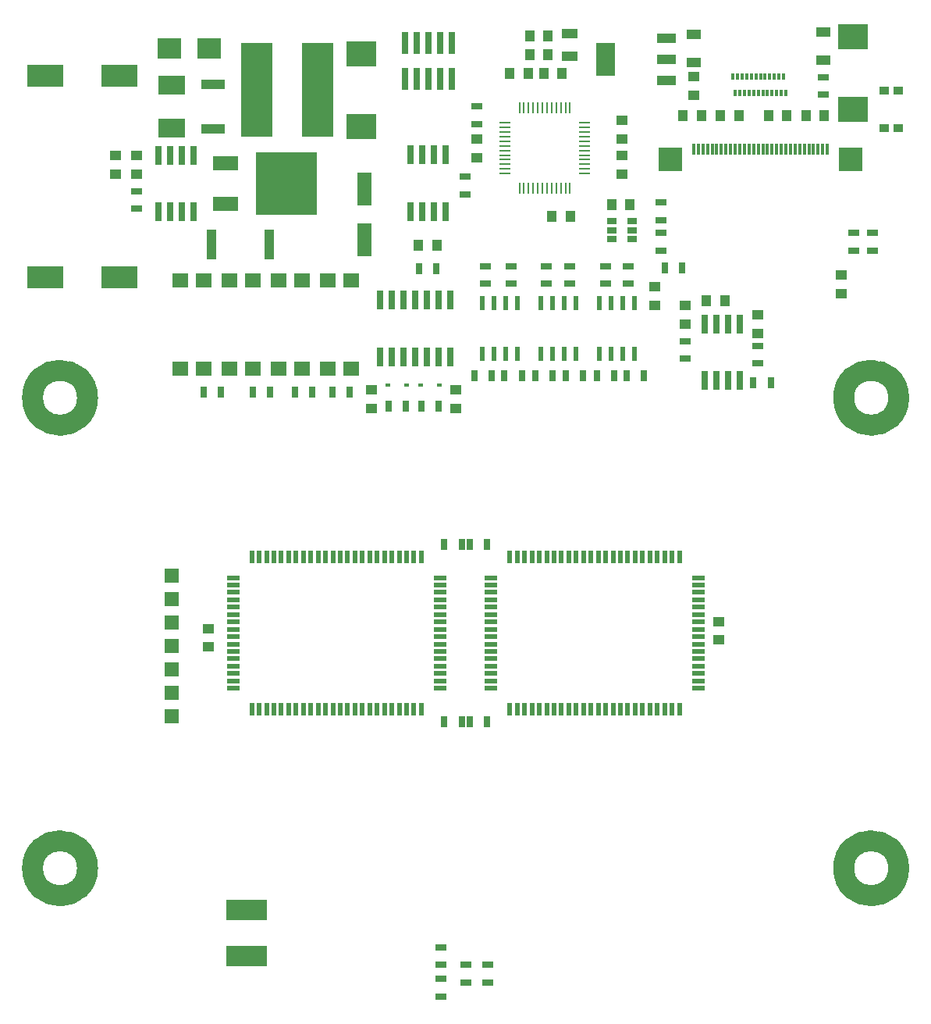
<source format=gbr>
%TF.GenerationSoftware,KiCad,Pcbnew,4.0.7-e2-6376~58~ubuntu16.04.1*%
%TF.CreationDate,2018-04-10T11:39:59+02:00*%
%TF.ProjectId,OpenDropV3,4F70656E44726F7056332E6B69636164,rev?*%
%TF.FileFunction,Paste,Bot*%
%FSLAX46Y46*%
G04 Gerber Fmt 4.6, Leading zero omitted, Abs format (unit mm)*
G04 Created by KiCad (PCBNEW 4.0.7-e2-6376~58~ubuntu16.04.1) date Tue Apr 10 11:39:59 2018*
%MOMM*%
%LPD*%
G01*
G04 APERTURE LIST*
%ADD10C,0.100000*%
%ADD11C,2.250000*%
%ADD12R,1.000000X1.250000*%
%ADD13R,1.800000X1.000000*%
%ADD14R,1.250000X1.000000*%
%ADD15R,1.700000X1.600000*%
%ADD16R,4.000500X2.400300*%
%ADD17R,1.300000X0.700000*%
%ADD18R,0.610000X1.520000*%
%ADD19R,0.700000X1.300000*%
%ADD20R,2.780000X1.550000*%
%ADD21R,6.730000X6.740000*%
%ADD22R,0.660400X2.032000*%
%ADD23R,1.000000X3.200000*%
%ADD24R,2.500000X1.000000*%
%ADD25R,3.200000X2.700000*%
%ADD26R,2.500000X2.300000*%
%ADD27R,1.501140X1.501140*%
%ADD28R,1.600200X3.599180*%
%ADD29R,3.500000X10.200000*%
%ADD30R,3.000000X2.000000*%
%ADD31R,1.060000X0.650000*%
%ADD32R,0.600000X0.450000*%
%ADD33R,0.740000X2.400000*%
%ADD34R,1.300000X0.250000*%
%ADD35R,0.250000X1.300000*%
%ADD36R,2.032000X3.657600*%
%ADD37R,2.032000X1.016000*%
%ADD38R,1.000000X0.900000*%
%ADD39R,0.300000X0.700000*%
%ADD40R,1.600000X1.000000*%
%ADD41R,0.500000X1.480000*%
%ADD42R,1.480000X0.500000*%
%ADD43R,4.500000X2.200000*%
%ADD44R,0.300000X1.250000*%
%ADD45R,2.500000X2.500000*%
G04 APERTURE END LIST*
D10*
D11*
X146982767Y-74000000D02*
G75*
G03X146982767Y-74000000I-2982767J0D01*
G01*
X146982767Y-125000000D02*
G75*
G03X146982767Y-125000000I-2982767J0D01*
G01*
X58982767Y-125000000D02*
G75*
G03X58982767Y-125000000I-2982767J0D01*
G01*
X58982767Y-74000000D02*
G75*
G03X58982767Y-74000000I-2982767J0D01*
G01*
D12*
X108950000Y-34757000D03*
X106950000Y-34757000D03*
D13*
X111252000Y-34523000D03*
X111252000Y-37023000D03*
D14*
X101219000Y-45949000D03*
X101219000Y-47949000D03*
D15*
X79677000Y-70817000D03*
X82217000Y-70817000D03*
X82217000Y-61317000D03*
X79677000Y-61317000D03*
D16*
X54419500Y-60960000D03*
X62420500Y-60960000D03*
D17*
X102156000Y-61619500D03*
X102156000Y-59719500D03*
D18*
X118285000Y-69244000D03*
X117015000Y-69244000D03*
X115745000Y-69244000D03*
X114475000Y-69244000D03*
X114475000Y-63779000D03*
X115745000Y-63779000D03*
X117015000Y-63779000D03*
X118285000Y-63779000D03*
X111935000Y-63779000D03*
X110665000Y-63779000D03*
X109395000Y-63779000D03*
X108125000Y-63779000D03*
X108125000Y-69244000D03*
X109395000Y-69244000D03*
X110665000Y-69244000D03*
X111935000Y-69244000D03*
D19*
X102852000Y-71591500D03*
X100952000Y-71591500D03*
D17*
X64262000Y-53528000D03*
X64262000Y-51628000D03*
X101219000Y-42443000D03*
X101219000Y-44343000D03*
X102410000Y-137367000D03*
X102410000Y-135467000D03*
X99997000Y-135467000D03*
X99997000Y-137367000D03*
X97330000Y-136991000D03*
X97330000Y-138891000D03*
X97330000Y-133562000D03*
X97330000Y-135462000D03*
D19*
X133126000Y-72363040D03*
X131226000Y-72363040D03*
D17*
X131668000Y-70265040D03*
X131668000Y-68365040D03*
X123794000Y-69757040D03*
X123794000Y-67857040D03*
D19*
X116139000Y-71587000D03*
X114239000Y-71587000D03*
X109456000Y-71591500D03*
X107556000Y-71591500D03*
X104206000Y-71587000D03*
X106106000Y-71587000D03*
X110858000Y-71591500D03*
X112758000Y-71591500D03*
X95189000Y-74889000D03*
X97089000Y-74889000D03*
X87437000Y-73365000D03*
X85537000Y-73365000D03*
X71567000Y-73365000D03*
X73467000Y-73365000D03*
X81473000Y-73365000D03*
X83373000Y-73365000D03*
X76901000Y-73365000D03*
X78801000Y-73365000D03*
D17*
X117650000Y-61619500D03*
X117650000Y-59719500D03*
D19*
X117462000Y-71591500D03*
X119362000Y-71591500D03*
D17*
X138811000Y-41168000D03*
X138811000Y-39268000D03*
X144145000Y-56159000D03*
X144145000Y-58059000D03*
D19*
X121605000Y-59903000D03*
X123505000Y-59903000D03*
D17*
X142113000Y-56159000D03*
X142113000Y-58059000D03*
X115175000Y-61625000D03*
X115175000Y-59725000D03*
X108760000Y-61619500D03*
X108760000Y-59719500D03*
X104975000Y-61625000D03*
X104975000Y-59725000D03*
X111300000Y-61619500D03*
X111300000Y-59719500D03*
X99949000Y-51963000D03*
X99949000Y-50063000D03*
D19*
X93533000Y-74889000D03*
X91633000Y-74889000D03*
X94935000Y-60030000D03*
X96835000Y-60030000D03*
X97675000Y-89875000D03*
X99575000Y-89875000D03*
D20*
X73932000Y-48620000D03*
D21*
X80567000Y-50800000D03*
D20*
X73932000Y-52980000D03*
D15*
X69009000Y-70817000D03*
X71549000Y-70817000D03*
X71549000Y-61317000D03*
X69009000Y-61317000D03*
X85011000Y-70817000D03*
X87551000Y-70817000D03*
X87551000Y-61317000D03*
X85011000Y-61317000D03*
X74343000Y-70817000D03*
X76883000Y-70817000D03*
X76883000Y-61317000D03*
X74343000Y-61317000D03*
D18*
X105585000Y-69244000D03*
X104315000Y-69244000D03*
X103045000Y-69244000D03*
X101775000Y-69244000D03*
X101775000Y-63779000D03*
X103045000Y-63779000D03*
X104315000Y-63779000D03*
X105585000Y-63779000D03*
D14*
X123794000Y-65997040D03*
X123794000Y-63997040D03*
D22*
X129763000Y-72134440D03*
X128493000Y-72134440D03*
X127223000Y-72134440D03*
X125953000Y-72134440D03*
X125953000Y-65987640D03*
X127223000Y-65987640D03*
X128493000Y-65987640D03*
X129763000Y-65987640D03*
D23*
X72465000Y-57363000D03*
X78665000Y-57363000D03*
D24*
X72565000Y-44895000D03*
X72565000Y-39995000D03*
D14*
X61976000Y-49768000D03*
X61976000Y-47768000D03*
X64262000Y-47768000D03*
X64262000Y-49768000D03*
D25*
X88646000Y-36690000D03*
X88646000Y-44590000D03*
D14*
X127432000Y-98246000D03*
X127432000Y-100246000D03*
X72060000Y-101008000D03*
X72060000Y-99008000D03*
D26*
X67875000Y-36095000D03*
X72175000Y-36095000D03*
D14*
X131668000Y-65013040D03*
X131668000Y-67013040D03*
D12*
X126127000Y-63459000D03*
X128127000Y-63459000D03*
D19*
X100425000Y-109125000D03*
X102325000Y-109125000D03*
X100425000Y-89875000D03*
X102325000Y-89875000D03*
X99575000Y-109125000D03*
X97675000Y-109125000D03*
D16*
X62420500Y-39116000D03*
X54419500Y-39116000D03*
D12*
X106791000Y-38821000D03*
X104791000Y-38821000D03*
D14*
X140716000Y-62681000D03*
X140716000Y-60681000D03*
D12*
X108950000Y-36789000D03*
X106950000Y-36789000D03*
D14*
X116967000Y-45917000D03*
X116967000Y-43917000D03*
D27*
X68120000Y-103405000D03*
X68120000Y-108485000D03*
X68120000Y-95785000D03*
X68120000Y-93245000D03*
X68120000Y-105945000D03*
X68120000Y-98325000D03*
X68120000Y-100865000D03*
D28*
X89000000Y-51374180D03*
X89000000Y-56875820D03*
D29*
X83945000Y-40599000D03*
X77345000Y-40599000D03*
D12*
X125587000Y-43393000D03*
X123587000Y-43393000D03*
X136922000Y-43393000D03*
X138922000Y-43393000D03*
X127651000Y-43393000D03*
X129651000Y-43393000D03*
X134858000Y-43393000D03*
X132858000Y-43393000D03*
X117840000Y-53045000D03*
X115840000Y-53045000D03*
D30*
X68120000Y-40145000D03*
X68120000Y-44745000D03*
D14*
X120523000Y-63951000D03*
X120523000Y-61951000D03*
D22*
X66675000Y-47726600D03*
X67945000Y-47726600D03*
X69215000Y-47726600D03*
X70485000Y-47726600D03*
X70485000Y-53873400D03*
X69215000Y-53873400D03*
X67945000Y-53873400D03*
X66675000Y-53873400D03*
X93980000Y-47685600D03*
X95250000Y-47685600D03*
X96520000Y-47685600D03*
X97790000Y-47685600D03*
X97790000Y-53832400D03*
X96520000Y-53832400D03*
X95250000Y-53832400D03*
X93980000Y-53832400D03*
D31*
X115867000Y-56789000D03*
X115867000Y-55839000D03*
X115867000Y-54889000D03*
X118067000Y-54889000D03*
X118067000Y-56789000D03*
X118067000Y-55839000D03*
D14*
X89789000Y-73127000D03*
X89789000Y-75127000D03*
X98933000Y-75127000D03*
X98933000Y-73127000D03*
D12*
X94885000Y-57490000D03*
X96885000Y-57490000D03*
D32*
X91533000Y-72603000D03*
X93633000Y-72603000D03*
X97189000Y-72603000D03*
X95089000Y-72603000D03*
D22*
X90690000Y-63426600D03*
X91960000Y-63426600D03*
X93230000Y-63426600D03*
X94500000Y-63426600D03*
X95770000Y-63426600D03*
X97040000Y-63426600D03*
X98310000Y-63426600D03*
X98310000Y-69573400D03*
X97040000Y-69573400D03*
X94500000Y-69573400D03*
X93230000Y-69573400D03*
X91960000Y-69573400D03*
X90690000Y-69573400D03*
X95770000Y-69573400D03*
D12*
X108474000Y-38821000D03*
X110474000Y-38821000D03*
D33*
X98475800Y-39475600D03*
X98475800Y-35575600D03*
X97205800Y-39475600D03*
X97205800Y-35575600D03*
X95935800Y-39475600D03*
X95935800Y-35575600D03*
X94665800Y-39475600D03*
X94665800Y-35575600D03*
X93395800Y-39475600D03*
X93395800Y-35575600D03*
D34*
X112935000Y-44199000D03*
X112935000Y-44699000D03*
X112935000Y-45199000D03*
X112935000Y-45699000D03*
X112935000Y-46199000D03*
X112935000Y-46699000D03*
X112935000Y-47199000D03*
X112935000Y-47699000D03*
X112935000Y-48199000D03*
X112935000Y-48699000D03*
X112935000Y-49199000D03*
X112935000Y-49699000D03*
D35*
X111335000Y-51299000D03*
X110835000Y-51299000D03*
X110335000Y-51299000D03*
X109835000Y-51299000D03*
X109335000Y-51299000D03*
X108835000Y-51299000D03*
X108335000Y-51299000D03*
X107835000Y-51299000D03*
X107335000Y-51299000D03*
X106835000Y-51299000D03*
X106335000Y-51299000D03*
X105835000Y-51299000D03*
D34*
X104235000Y-49699000D03*
X104235000Y-49199000D03*
X104235000Y-48699000D03*
X104235000Y-48199000D03*
X104235000Y-47699000D03*
X104235000Y-47199000D03*
X104235000Y-46699000D03*
X104235000Y-46199000D03*
X104235000Y-45699000D03*
X104235000Y-45199000D03*
X104235000Y-44699000D03*
X104235000Y-44199000D03*
D35*
X105835000Y-42599000D03*
X106335000Y-42599000D03*
X106835000Y-42599000D03*
X107335000Y-42599000D03*
X107835000Y-42599000D03*
X108335000Y-42599000D03*
X108835000Y-42599000D03*
X109335000Y-42599000D03*
X109835000Y-42599000D03*
X110335000Y-42599000D03*
X110835000Y-42599000D03*
X111335000Y-42599000D03*
D12*
X111363000Y-54315000D03*
X109363000Y-54315000D03*
D14*
X116967000Y-47727000D03*
X116967000Y-49727000D03*
D36*
X115189000Y-37297000D03*
D37*
X121793000Y-37297000D03*
X121793000Y-39583000D03*
X121793000Y-35011000D03*
D25*
X141986000Y-34871000D03*
X141986000Y-42771000D03*
D38*
X146977000Y-44808000D03*
X145377000Y-44808000D03*
X146977000Y-40708000D03*
X145377000Y-40708000D03*
D39*
X129250000Y-40920000D03*
X129750000Y-40920000D03*
X130250000Y-40920000D03*
X130750000Y-40920000D03*
X131250000Y-40920000D03*
X131750000Y-40920000D03*
X132250000Y-40920000D03*
X134750000Y-40920000D03*
X133750000Y-40920000D03*
X133250000Y-40920000D03*
X132750000Y-40920000D03*
X134250000Y-40920000D03*
X134500000Y-39220000D03*
X134000000Y-39220000D03*
X133500000Y-39220000D03*
X133000000Y-39220000D03*
X132500000Y-39220000D03*
X132000000Y-39220000D03*
X131500000Y-39220000D03*
X131000000Y-39220000D03*
X130500000Y-39220000D03*
X130000000Y-39220000D03*
X129500000Y-39220000D03*
X129000000Y-39220000D03*
D40*
X138811000Y-34400000D03*
X138811000Y-37400000D03*
X124714000Y-37654000D03*
X124714000Y-34654000D03*
D14*
X124714000Y-41218000D03*
X124714000Y-39218000D03*
D41*
X104800000Y-91260000D03*
X105600000Y-91260000D03*
X106400000Y-91260000D03*
X107200000Y-91260000D03*
X108000000Y-91260000D03*
X108800000Y-91260000D03*
X109600000Y-91260000D03*
X110400000Y-91260000D03*
X111200000Y-91260000D03*
X112000000Y-91260000D03*
X112800000Y-91260000D03*
X113600000Y-91260000D03*
X114400000Y-91260000D03*
X115200000Y-91260000D03*
X116000000Y-91260000D03*
X116800000Y-91260000D03*
X117600000Y-91260000D03*
X118400000Y-91260000D03*
X119200000Y-91260000D03*
X120000000Y-91260000D03*
X120800000Y-91260000D03*
X121600000Y-91260000D03*
X122400000Y-91260000D03*
X123200000Y-91260000D03*
D42*
X125240000Y-93500000D03*
X125240000Y-94300000D03*
X125240000Y-95100000D03*
X125240000Y-95900000D03*
X125240000Y-96700000D03*
X125240000Y-97500000D03*
X125240000Y-98300000D03*
X125240000Y-99100000D03*
X125240000Y-99900000D03*
X125240000Y-100700000D03*
X125240000Y-101500000D03*
X125240000Y-102300000D03*
X125240000Y-103100000D03*
X125240000Y-103900000D03*
X125240000Y-104700000D03*
X125240000Y-105500000D03*
D41*
X123200000Y-107740000D03*
X122400000Y-107740000D03*
X121600000Y-107740000D03*
X120800000Y-107740000D03*
X120000000Y-107740000D03*
X119200000Y-107740000D03*
X118400000Y-107740000D03*
X117600000Y-107740000D03*
X116800000Y-107740000D03*
X116000000Y-107740000D03*
X115200000Y-107740000D03*
X114400000Y-107740000D03*
X113600000Y-107740000D03*
X112800000Y-107740000D03*
X112000000Y-107740000D03*
X111200000Y-107740000D03*
X110400000Y-107740000D03*
X109600000Y-107740000D03*
X108800000Y-107740000D03*
X108000000Y-107740000D03*
X107200000Y-107740000D03*
X106400000Y-107740000D03*
X105600000Y-107740000D03*
X104800000Y-107740000D03*
D42*
X102760000Y-105500000D03*
X102760000Y-104700000D03*
X102760000Y-103900000D03*
X102760000Y-103100000D03*
X102760000Y-102300000D03*
X102760000Y-101500000D03*
X102760000Y-100700000D03*
X102760000Y-99900000D03*
X102760000Y-99100000D03*
X102760000Y-98300000D03*
X102760000Y-97500000D03*
X102760000Y-96700000D03*
X102760000Y-95900000D03*
X102760000Y-95100000D03*
X102760000Y-94300000D03*
X102760000Y-93500000D03*
D41*
X95200000Y-107740000D03*
X94400000Y-107740000D03*
X93600000Y-107740000D03*
X92800000Y-107740000D03*
X92000000Y-107740000D03*
X91200000Y-107740000D03*
X90400000Y-107740000D03*
X89600000Y-107740000D03*
X88800000Y-107740000D03*
X88000000Y-107740000D03*
X87200000Y-107740000D03*
X86400000Y-107740000D03*
X85600000Y-107740000D03*
X84800000Y-107740000D03*
X84000000Y-107740000D03*
X83200000Y-107740000D03*
X82400000Y-107740000D03*
X81600000Y-107740000D03*
X80800000Y-107740000D03*
X80000000Y-107740000D03*
X79200000Y-107740000D03*
X78400000Y-107740000D03*
X77600000Y-107740000D03*
X76800000Y-107740000D03*
D42*
X74760000Y-105500000D03*
X74760000Y-104700000D03*
X74760000Y-103900000D03*
X74760000Y-103100000D03*
X74760000Y-102300000D03*
X74760000Y-101500000D03*
X74760000Y-100700000D03*
X74760000Y-99900000D03*
X74760000Y-99100000D03*
X74760000Y-98300000D03*
X74760000Y-97500000D03*
X74760000Y-96700000D03*
X74760000Y-95900000D03*
X74760000Y-95100000D03*
X74760000Y-94300000D03*
X74760000Y-93500000D03*
D41*
X76800000Y-91260000D03*
X77600000Y-91260000D03*
X78400000Y-91260000D03*
X79200000Y-91260000D03*
X80000000Y-91260000D03*
X80800000Y-91260000D03*
X81600000Y-91260000D03*
X82400000Y-91260000D03*
X83200000Y-91260000D03*
X84000000Y-91260000D03*
X84800000Y-91260000D03*
X85600000Y-91260000D03*
X86400000Y-91260000D03*
X87200000Y-91260000D03*
X88000000Y-91260000D03*
X88800000Y-91260000D03*
X89600000Y-91260000D03*
X90400000Y-91260000D03*
X91200000Y-91260000D03*
X92000000Y-91260000D03*
X92800000Y-91260000D03*
X93600000Y-91260000D03*
X94400000Y-91260000D03*
X95200000Y-91260000D03*
D42*
X97240000Y-93500000D03*
X97240000Y-94300000D03*
X97240000Y-95100000D03*
X97240000Y-95900000D03*
X97240000Y-96700000D03*
X97240000Y-97500000D03*
X97240000Y-98300000D03*
X97240000Y-99100000D03*
X97240000Y-99900000D03*
X97240000Y-100700000D03*
X97240000Y-101500000D03*
X97240000Y-102300000D03*
X97240000Y-103100000D03*
X97240000Y-103900000D03*
X97240000Y-104700000D03*
X97240000Y-105500000D03*
D43*
X76265000Y-129539000D03*
X76265000Y-134539000D03*
D44*
X139250000Y-47025000D03*
X137250000Y-47025000D03*
X137750000Y-47025000D03*
X138750000Y-47025000D03*
X138250000Y-47025000D03*
X136250000Y-47025000D03*
X136750000Y-47025000D03*
X135750000Y-47025000D03*
X135250000Y-47025000D03*
X132250000Y-47025000D03*
X132750000Y-47025000D03*
X133750000Y-47025000D03*
X133250000Y-47025000D03*
X134750000Y-47025000D03*
X134250000Y-47025000D03*
X126750000Y-47025000D03*
X127250000Y-47025000D03*
X125750000Y-47025000D03*
X126250000Y-47025000D03*
X125250000Y-47025000D03*
X124750000Y-47025000D03*
X127750000Y-47025000D03*
X128250000Y-47025000D03*
X129250000Y-47025000D03*
X128750000Y-47025000D03*
X130750000Y-47025000D03*
X131250000Y-47025000D03*
X130250000Y-47025000D03*
X129750000Y-47025000D03*
D45*
X122250000Y-48125000D03*
X141750000Y-48125000D03*
D44*
X131750000Y-47025000D03*
D17*
X121158000Y-54757000D03*
X121158000Y-52857000D03*
X121158000Y-56159000D03*
X121158000Y-58059000D03*
M02*

</source>
